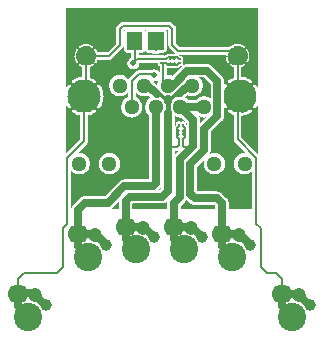
<source format=gbr>
G04 start of page 4 for group 2 idx 13 *
G04 Title: (unknown), jump *
G04 Creator: pcb 4.2.0 *
G04 CreationDate: Sun Sep  6 18:52:41 2020 UTC *
G04 For: commonadmin *
G04 Format: Gerber/RS-274X *
G04 PCB-Dimensions (mil): 1250.00 1500.00 *
G04 PCB-Coordinate-Origin: lower left *
%MOIN*%
%FSLAX25Y25*%
%LNBOTTOM*%
%ADD46C,0.0354*%
%ADD45C,0.0197*%
%ADD44C,0.0295*%
%ADD43C,0.0492*%
%ADD42C,0.0787*%
%ADD41C,0.0100*%
%ADD40C,0.0200*%
%ADD39C,0.1102*%
%ADD38C,0.0512*%
%ADD37C,0.0394*%
%ADD36C,0.0472*%
%ADD35C,0.0669*%
%ADD34C,0.0945*%
%ADD33C,0.0160*%
%ADD32C,0.0140*%
%ADD31C,0.0060*%
%ADD30C,0.0250*%
%ADD29C,0.0001*%
G54D29*G36*
X93019Y107504D02*X93046Y107300D01*
X93059Y107004D01*
X93046Y106708D01*
X93019Y106504D01*
Y107504D01*
G37*
G36*
Y98397D02*X93289Y98254D01*
X93698Y97989D01*
X93765Y97947D01*
X93838Y97918D01*
X93915Y97900D01*
X93993Y97895D01*
X94072Y97902D01*
X94148Y97921D01*
X94220Y97951D01*
X94287Y97993D01*
X94346Y98045D01*
X94397Y98105D01*
X94437Y98173D01*
X94467Y98246D01*
X94485Y98322D01*
X94490Y98401D01*
X94483Y98479D01*
X94464Y98556D01*
X94433Y98628D01*
X94391Y98695D01*
X94340Y98754D01*
X94279Y98803D01*
X93799Y99122D01*
X93289Y99391D01*
X93019Y99505D01*
Y104852D01*
X93117Y105000D01*
X93281Y105309D01*
X93417Y105632D01*
X93524Y105965D01*
X93601Y106307D01*
X93647Y106654D01*
X93663Y107004D01*
X93647Y107354D01*
X93601Y107701D01*
X93524Y108043D01*
X93417Y108376D01*
X93281Y108699D01*
X93117Y109008D01*
X93019Y109159D01*
Y123000D01*
X96531D01*
Y95956D01*
X96391Y96289D01*
X96122Y96799D01*
X95809Y97282D01*
X95758Y97344D01*
X95698Y97396D01*
X95630Y97438D01*
X95557Y97469D01*
X95480Y97488D01*
X95401Y97495D01*
X95322Y97490D01*
X95244Y97472D01*
X95170Y97442D01*
X95102Y97401D01*
X95041Y97350D01*
X94989Y97290D01*
X94947Y97223D01*
X94916Y97150D01*
X94896Y97072D01*
X94889Y96993D01*
X94895Y96914D01*
X94913Y96836D01*
X94942Y96763D01*
X94985Y96695D01*
X95254Y96289D01*
X95482Y95859D01*
X95671Y95409D01*
X95819Y94945D01*
X95926Y94470D01*
X95990Y93987D01*
X96012Y93500D01*
X95990Y93013D01*
X95926Y92530D01*
X95819Y92055D01*
X95671Y91591D01*
X95482Y91141D01*
X95254Y90711D01*
X94989Y90302D01*
X94947Y90235D01*
X94918Y90162D01*
X94900Y90085D01*
X94895Y90007D01*
X94902Y89928D01*
X94921Y89852D01*
X94951Y89780D01*
X94993Y89713D01*
X95045Y89654D01*
X95105Y89603D01*
X95173Y89563D01*
X95246Y89533D01*
X95322Y89515D01*
X95401Y89510D01*
X95479Y89517D01*
X95556Y89536D01*
X95628Y89567D01*
X95695Y89609D01*
X95754Y89660D01*
X95803Y89721D01*
X96122Y90201D01*
X96391Y90711D01*
X96531Y91044D01*
Y74307D01*
X93019Y77820D01*
Y87495D01*
X93289Y87609D01*
X93799Y87878D01*
X94282Y88191D01*
X94344Y88242D01*
X94396Y88302D01*
X94438Y88370D01*
X94469Y88443D01*
X94488Y88520D01*
X94495Y88599D01*
X94490Y88678D01*
X94472Y88756D01*
X94442Y88830D01*
X94401Y88898D01*
X94350Y88959D01*
X94290Y89011D01*
X94223Y89053D01*
X94150Y89084D01*
X94072Y89104D01*
X93993Y89111D01*
X93914Y89105D01*
X93836Y89087D01*
X93763Y89058D01*
X93695Y89015D01*
X93289Y88746D01*
X93019Y88603D01*
Y98397D01*
G37*
G36*
Y77820D02*X91013Y79826D01*
Y87005D01*
X91076Y87007D01*
X91647Y87084D01*
X92209Y87210D01*
X92758Y87385D01*
X93019Y87495D01*
Y77820D01*
G37*
G36*
Y99505D02*X92758Y99615D01*
X92209Y99790D01*
X91647Y99916D01*
X91076Y99993D01*
X91013Y99995D01*
Y103276D01*
X91085Y103300D01*
X91408Y103436D01*
X91717Y103600D01*
X92011Y103791D01*
X92047Y103821D01*
X92079Y103857D01*
X92104Y103898D01*
X92122Y103942D01*
X92134Y103988D01*
X92138Y104036D01*
X92135Y104083D01*
X92124Y104130D01*
X92106Y104174D01*
X92081Y104215D01*
X92051Y104251D01*
X92014Y104283D01*
X91974Y104308D01*
X91930Y104327D01*
X91884Y104338D01*
X91836Y104342D01*
X91789Y104339D01*
X91742Y104328D01*
X91698Y104310D01*
X91657Y104285D01*
X91411Y104120D01*
X91148Y103981D01*
X91013Y103924D01*
Y106953D01*
X91017Y107004D01*
X91001Y107208D01*
X91001Y107208D01*
X90964Y107359D01*
X90953Y107407D01*
X90920Y107485D01*
X90874Y107596D01*
X90833Y107664D01*
X90768Y107770D01*
X90767Y107771D01*
X90635Y107926D01*
X90596Y107959D01*
X89172Y109383D01*
X89139Y109422D01*
X88983Y109555D01*
X88983Y109555D01*
X88876Y109620D01*
X88809Y109662D01*
X88698Y109708D01*
X88620Y109740D01*
X88572Y109752D01*
X88421Y109788D01*
X88420Y109788D01*
X88217Y109804D01*
X88166Y109800D01*
X87883D01*
X88015Y109888D01*
X88277Y110027D01*
X88550Y110142D01*
X88833Y110233D01*
X89122Y110298D01*
X89416Y110337D01*
X89713Y110350D01*
X90009Y110337D01*
X90303Y110298D01*
X90593Y110233D01*
X90875Y110142D01*
X91148Y110027D01*
X91411Y109888D01*
X91659Y109726D01*
X91699Y109701D01*
X91743Y109683D01*
X91789Y109672D01*
X91836Y109669D01*
X91883Y109673D01*
X91929Y109684D01*
X91972Y109703D01*
X92013Y109728D01*
X92048Y109759D01*
X92079Y109795D01*
X92103Y109835D01*
X92121Y109879D01*
X92131Y109925D01*
X92135Y109972D01*
X92131Y110019D01*
X92119Y110065D01*
X92101Y110109D01*
X92076Y110149D01*
X92045Y110184D01*
X92008Y110214D01*
X91717Y110408D01*
X91408Y110572D01*
X91085Y110708D01*
X90751Y110815D01*
X90410Y110892D01*
X90063Y110939D01*
X89713Y110954D01*
X89363Y110939D01*
X89016Y110892D01*
X88674Y110815D01*
X88340Y110708D01*
X88018Y110572D01*
X87708Y110408D01*
X87415Y110217D01*
X87378Y110187D01*
X87347Y110151D01*
X87321Y110110D01*
X87303Y110066D01*
X87291Y110020D01*
X87287Y109972D01*
X87291Y109925D01*
X87301Y109878D01*
X87319Y109834D01*
X87340Y109800D01*
X70538D01*
X69300Y111038D01*
Y115949D01*
X69304Y116000D01*
X69288Y116204D01*
X69288Y116204D01*
X69252Y116355D01*
X69240Y116403D01*
X69208Y116481D01*
X69162Y116592D01*
X69120Y116660D01*
X69055Y116766D01*
X69055Y116767D01*
X68922Y116922D01*
X68883Y116955D01*
X67955Y117883D01*
X67922Y117922D01*
X67767Y118055D01*
X67766Y118055D01*
X67660Y118120D01*
X67592Y118162D01*
X67481Y118208D01*
X67403Y118240D01*
X67355Y118252D01*
X67204Y118288D01*
X67204Y118288D01*
X67000Y118304D01*
X66949Y118300D01*
X51551D01*
X51500Y118304D01*
X51296Y118288D01*
X51097Y118240D01*
X50908Y118162D01*
X50734Y118055D01*
X50733Y118055D01*
X50578Y117922D01*
X50545Y117883D01*
X49617Y116955D01*
X49578Y116922D01*
X49445Y116766D01*
X49338Y116592D01*
X49260Y116403D01*
X49212Y116204D01*
X49212Y116204D01*
X49196Y116000D01*
X49200Y115949D01*
Y111038D01*
X46465Y108304D01*
X43046D01*
X43023Y108376D01*
X42887Y108699D01*
X42723Y109008D01*
X42532Y109302D01*
X42502Y109339D01*
X42466Y109370D01*
X42425Y109395D01*
X42381Y109414D01*
X42335Y109425D01*
X42287Y109429D01*
X42240Y109426D01*
X42193Y109415D01*
X42149Y109397D01*
X42108Y109373D01*
X42071Y109342D01*
X42040Y109306D01*
X42015Y109265D01*
X41996Y109221D01*
X41985Y109175D01*
X41981Y109127D01*
X41984Y109080D01*
X41995Y109033D01*
X42013Y108989D01*
X42038Y108949D01*
X42203Y108702D01*
X42342Y108440D01*
X42399Y108304D01*
X39370D01*
X39319Y108308D01*
X39317Y108308D01*
Y110350D01*
X39319Y110350D01*
X39615Y110337D01*
X39909Y110298D01*
X40199Y110233D01*
X40481Y110142D01*
X40755Y110027D01*
X41017Y109888D01*
X41266Y109726D01*
X41306Y109701D01*
X41349Y109683D01*
X41395Y109672D01*
X41442Y109669D01*
X41489Y109673D01*
X41535Y109684D01*
X41579Y109703D01*
X41619Y109728D01*
X41655Y109759D01*
X41685Y109795D01*
X41709Y109835D01*
X41727Y109879D01*
X41738Y109925D01*
X41741Y109972D01*
X41737Y110019D01*
X41726Y110065D01*
X41707Y110109D01*
X41682Y110149D01*
X41651Y110184D01*
X41615Y110214D01*
X41323Y110408D01*
X41014Y110572D01*
X40691Y110708D01*
X40358Y110815D01*
X40016Y110892D01*
X39669Y110939D01*
X39319Y110954D01*
X39317Y110954D01*
Y123000D01*
X93019D01*
Y109159D01*
X92926Y109302D01*
X92895Y109339D01*
X92859Y109370D01*
X92819Y109395D01*
X92775Y109414D01*
X92728Y109425D01*
X92681Y109429D01*
X92633Y109426D01*
X92587Y109415D01*
X92542Y109397D01*
X92502Y109373D01*
X92465Y109342D01*
X92434Y109306D01*
X92409Y109265D01*
X92390Y109221D01*
X92378Y109175D01*
X92374Y109127D01*
X92378Y109080D01*
X92389Y109033D01*
X92406Y108989D01*
X92432Y108949D01*
X92596Y108702D01*
X92735Y108440D01*
X92851Y108166D01*
X92941Y107884D01*
X93007Y107594D01*
X93019Y107504D01*
Y106504D01*
X93007Y106413D01*
X92941Y106124D01*
X92851Y105841D01*
X92735Y105568D01*
X92596Y105306D01*
X92435Y105057D01*
X92409Y105017D01*
X92392Y104974D01*
X92381Y104928D01*
X92378Y104880D01*
X92382Y104833D01*
X92393Y104788D01*
X92411Y104744D01*
X92436Y104704D01*
X92467Y104668D01*
X92503Y104638D01*
X92544Y104614D01*
X92588Y104596D01*
X92634Y104585D01*
X92681Y104582D01*
X92728Y104586D01*
X92774Y104597D01*
X92817Y104616D01*
X92857Y104641D01*
X92893Y104671D01*
X92923Y104708D01*
X93019Y104852D01*
Y99505D01*
G37*
G36*
X36013Y87495D02*X36273Y87385D01*
X36822Y87210D01*
X37231Y87118D01*
Y79070D01*
X36013Y77851D01*
Y87495D01*
G37*
G36*
Y98397D02*X36173Y98482D01*
X36622Y98671D01*
X37086Y98819D01*
X37562Y98926D01*
X38019Y98987D01*
Y94826D01*
X37648Y94455D01*
X37609Y94422D01*
X37477Y94266D01*
X37370Y94092D01*
X37291Y93903D01*
X37244Y93704D01*
X37244Y93704D01*
X37227Y93500D01*
X37231Y93449D01*
Y88148D01*
X37086Y88181D01*
X36622Y88329D01*
X36173Y88518D01*
X36013Y88603D01*
Y98397D01*
G37*
G36*
X39317Y108308D02*X39115Y108292D01*
X38916Y108244D01*
X38727Y108166D01*
X38552Y108059D01*
X38397Y107926D01*
X38264Y107770D01*
X38157Y107596D01*
X38079Y107407D01*
X38031Y107208D01*
X38015Y107004D01*
X38019Y106953D01*
Y103924D01*
X37883Y103981D01*
X37621Y104120D01*
X37372Y104282D01*
X37332Y104307D01*
X37288Y104325D01*
X37242Y104336D01*
X37195Y104339D01*
X37148Y104335D01*
X37103Y104323D01*
X37059Y104305D01*
X37019Y104280D01*
X36983Y104249D01*
X36953Y104213D01*
X36929Y104173D01*
X36911Y104129D01*
X36900Y104083D01*
X36897Y104036D01*
X36901Y103989D01*
X36912Y103943D01*
X36931Y103899D01*
X36956Y103859D01*
X36986Y103824D01*
X37023Y103794D01*
X37315Y103600D01*
X37624Y103436D01*
X37947Y103300D01*
X38019Y103276D01*
Y99995D01*
X37956Y99993D01*
X37385Y99916D01*
X36822Y99790D01*
X36273Y99615D01*
X36013Y99505D01*
Y104849D01*
X36106Y104706D01*
X36136Y104669D01*
X36172Y104638D01*
X36213Y104613D01*
X36257Y104594D01*
X36303Y104583D01*
X36351Y104578D01*
X36398Y104582D01*
X36445Y104593D01*
X36489Y104611D01*
X36530Y104635D01*
X36566Y104666D01*
X36598Y104702D01*
X36623Y104743D01*
X36642Y104787D01*
X36653Y104833D01*
X36657Y104880D01*
X36654Y104928D01*
X36643Y104975D01*
X36625Y105019D01*
X36600Y105059D01*
X36435Y105306D01*
X36296Y105568D01*
X36181Y105841D01*
X36090Y106124D01*
X36025Y106413D01*
X36013Y106504D01*
Y107504D01*
X36025Y107594D01*
X36090Y107884D01*
X36181Y108166D01*
X36296Y108440D01*
X36435Y108702D01*
X36597Y108951D01*
X36622Y108991D01*
X36640Y109034D01*
X36650Y109080D01*
X36654Y109127D01*
X36650Y109174D01*
X36638Y109220D01*
X36620Y109264D01*
X36595Y109304D01*
X36564Y109340D01*
X36528Y109370D01*
X36488Y109394D01*
X36444Y109412D01*
X36398Y109423D01*
X36351Y109426D01*
X36304Y109422D01*
X36258Y109411D01*
X36214Y109392D01*
X36174Y109367D01*
X36139Y109336D01*
X36109Y109300D01*
X36013Y109155D01*
Y123000D01*
X39317D01*
Y110954D01*
X38969Y110939D01*
X38622Y110892D01*
X38280Y110815D01*
X37947Y110708D01*
X37624Y110572D01*
X37315Y110408D01*
X37021Y110217D01*
X36984Y110187D01*
X36953Y110151D01*
X36928Y110110D01*
X36909Y110066D01*
X36898Y110020D01*
X36893Y109972D01*
X36897Y109925D01*
X36908Y109878D01*
X36926Y109834D01*
X36950Y109793D01*
X36981Y109756D01*
X37017Y109725D01*
X37058Y109700D01*
X37101Y109681D01*
X37148Y109670D01*
X37195Y109666D01*
X37243Y109669D01*
X37289Y109680D01*
X37334Y109698D01*
X37374Y109723D01*
X37621Y109888D01*
X37883Y110027D01*
X38156Y110142D01*
X38439Y110233D01*
X38728Y110298D01*
X39022Y110337D01*
X39317Y110350D01*
Y108308D01*
G37*
G36*
X36013Y106504D02*X35986Y106708D01*
X35972Y107004D01*
X35986Y107300D01*
X36013Y107504D01*
Y106504D01*
G37*
G36*
Y99505D02*X35742Y99391D01*
X35233Y99122D01*
X34749Y98809D01*
X34688Y98758D01*
X34636Y98698D01*
X34593Y98630D01*
X34562Y98557D01*
X34543Y98480D01*
X34536Y98401D01*
X34542Y98322D01*
X34559Y98244D01*
X34589Y98170D01*
X34630Y98102D01*
X34681Y98041D01*
X34741Y97989D01*
X34809Y97947D01*
X34882Y97916D01*
X34959Y97896D01*
X35038Y97889D01*
X35118Y97895D01*
X35195Y97913D01*
X35269Y97942D01*
X35336Y97985D01*
X35742Y98254D01*
X36013Y98397D01*
Y88603D01*
X35742Y88746D01*
X35333Y89011D01*
X35267Y89053D01*
X35194Y89082D01*
X35117Y89100D01*
X35038Y89105D01*
X34960Y89098D01*
X34884Y89079D01*
X34811Y89049D01*
X34744Y89007D01*
X34685Y88955D01*
X34635Y88895D01*
X34594Y88827D01*
X34565Y88754D01*
X34547Y88678D01*
X34542Y88599D01*
X34548Y88521D01*
X34567Y88444D01*
X34598Y88372D01*
X34640Y88305D01*
X34692Y88246D01*
X34753Y88197D01*
X35233Y87878D01*
X35742Y87609D01*
X36013Y87495D01*
Y77851D01*
X32531Y74370D01*
Y90969D01*
X32640Y90711D01*
X32910Y90201D01*
X33223Y89718D01*
X33274Y89656D01*
X33334Y89604D01*
X33401Y89562D01*
X33474Y89531D01*
X33551Y89512D01*
X33631Y89505D01*
X33710Y89510D01*
X33788Y89528D01*
X33861Y89558D01*
X33929Y89599D01*
X33990Y89650D01*
X34043Y89710D01*
X34085Y89777D01*
X34116Y89850D01*
X34135Y89928D01*
X34142Y90007D01*
X34137Y90086D01*
X34119Y90164D01*
X34089Y90237D01*
X34047Y90305D01*
X33778Y90711D01*
X33550Y91141D01*
X33361Y91591D01*
X33213Y92055D01*
X33106Y92530D01*
X33041Y93013D01*
X33020Y93500D01*
X33041Y93987D01*
X33106Y94470D01*
X33213Y94945D01*
X33361Y95409D01*
X33550Y95859D01*
X33778Y96289D01*
X34043Y96698D01*
X34084Y96765D01*
X34114Y96838D01*
X34131Y96915D01*
X34137Y96993D01*
X34130Y97072D01*
X34111Y97148D01*
X34080Y97220D01*
X34038Y97287D01*
X33987Y97346D01*
X33926Y97397D01*
X33859Y97437D01*
X33786Y97467D01*
X33709Y97485D01*
X33631Y97490D01*
X33552Y97483D01*
X33476Y97464D01*
X33404Y97433D01*
X33337Y97391D01*
X33277Y97340D01*
X33228Y97279D01*
X32910Y96799D01*
X32640Y96289D01*
X32531Y96031D01*
Y123000D01*
X36013D01*
Y109155D01*
X35915Y109008D01*
X35751Y108699D01*
X35615Y108376D01*
X35508Y108043D01*
X35431Y107701D01*
X35384Y107354D01*
X35369Y107004D01*
X35384Y106654D01*
X35431Y106307D01*
X35508Y105965D01*
X35615Y105632D01*
X35751Y105309D01*
X35915Y105000D01*
X36013Y104849D01*
Y99505D01*
G37*
G36*
X91013Y94826D02*Y98987D01*
X91470Y98926D01*
X91945Y98819D01*
X92409Y98671D01*
X92859Y98482D01*
X93019Y98397D01*
Y88603D01*
X92859Y88518D01*
X92409Y88329D01*
X91945Y88181D01*
X91470Y88074D01*
X91013Y88013D01*
Y92305D01*
X91092Y92338D01*
X91266Y92445D01*
X91422Y92578D01*
X91555Y92734D01*
X91662Y92908D01*
X91740Y93097D01*
X91788Y93296D01*
X91804Y93500D01*
X91788Y93704D01*
X91740Y93903D01*
X91662Y94092D01*
X91555Y94266D01*
X91419Y94419D01*
X91013Y94826D01*
G37*
G36*
X82250Y56000D02*X70750D01*
Y57068D01*
X72044Y58362D01*
X72112Y58420D01*
X72276Y58613D01*
X72365Y58713D01*
X72550Y59015D01*
X72624Y59194D01*
X73847Y57971D01*
X73904Y57904D01*
X74173Y57674D01*
X74173Y57674D01*
X74361Y57559D01*
X74475Y57489D01*
X74803Y57354D01*
X75147Y57271D01*
X75147D01*
X75500Y57243D01*
X75588Y57250D01*
X82068D01*
X82250Y57068D01*
Y56000D01*
G37*
G36*
X68750Y79275D02*X68822Y79191D01*
X68852Y79165D01*
X69042Y78975D01*
X68991Y78853D01*
X68944Y78654D01*
X68931Y78450D01*
Y77800D01*
X68750D01*
Y79275D01*
G37*
G36*
X72706Y79061D02*X72781Y79136D01*
Y78862D01*
X72772Y78903D01*
X72706Y79061D01*
G37*
G36*
X70289Y75440D02*X68987Y74138D01*
X68920Y74080D01*
X68750Y73881D01*
Y75200D01*
X69481D01*
X69531Y75196D01*
X69735Y75212D01*
X69735Y75212D01*
X69934Y75260D01*
X70124Y75338D01*
X70289Y75440D01*
G37*
G36*
X63568Y62250D02*X63432D01*
X64036Y62855D01*
X64104Y62912D01*
X64250Y63083D01*
Y62932D01*
X63568Y62250D01*
G37*
G36*
X50207Y56000D02*X47542D01*
X47827Y56174D01*
X48096Y56404D01*
X48153Y56471D01*
X50205Y58523D01*
X50200Y58457D01*
X50207Y58369D01*
Y56000D01*
G37*
G36*
X66345Y58663D02*X66271Y58353D01*
X66271Y58353D01*
X66243Y58000D01*
X66250Y57912D01*
Y56000D01*
X54707D01*
Y57525D01*
X54932Y57750D01*
X64412D01*
X64500Y57743D01*
X64853Y57771D01*
X64853Y57771D01*
X65197Y57854D01*
X65525Y57989D01*
X65827Y58174D01*
X66096Y58404D01*
X66153Y58471D01*
X66345Y58663D01*
G37*
G36*
X43985Y60250D02*X39088D01*
X39000Y60257D01*
X38647Y60229D01*
X38303Y60146D01*
X37975Y60011D01*
X37673Y59826D01*
X37673Y59826D01*
X37404Y59596D01*
X37347Y59529D01*
X34971Y57153D01*
X34904Y57096D01*
X34674Y56827D01*
X34489Y56525D01*
X34354Y56197D01*
X34306Y56000D01*
X34300D01*
Y68650D01*
X34432Y68495D01*
X34858Y68131D01*
X35336Y67839D01*
X35853Y67624D01*
X36398Y67494D01*
X36957Y67450D01*
X37515Y67494D01*
X38060Y67624D01*
X38577Y67839D01*
X39055Y68131D01*
X39481Y68495D01*
X39845Y68921D01*
X40138Y69399D01*
X40352Y69916D01*
X40483Y70461D01*
X40516Y71020D01*
X40483Y71578D01*
X40352Y72123D01*
X40138Y72640D01*
X39845Y73118D01*
X39481Y73544D01*
X39055Y73908D01*
X38577Y74201D01*
X38060Y74415D01*
X37515Y74546D01*
X36957Y74590D01*
X36398Y74546D01*
X36380Y74541D01*
X39415Y77576D01*
X39454Y77609D01*
X39586Y77765D01*
X39586Y77765D01*
X39693Y77939D01*
X39772Y78129D01*
X39819Y78328D01*
X39836Y78531D01*
X39831Y78582D01*
Y87118D01*
X40241Y87210D01*
X40789Y87385D01*
X41321Y87609D01*
X41830Y87878D01*
X42314Y88191D01*
X42375Y88242D01*
X42427Y88302D01*
X42470Y88370D01*
X42501Y88443D01*
X42520Y88520D01*
X42527Y88599D01*
X42521Y88678D01*
X42504Y88756D01*
X42474Y88830D01*
X42433Y88898D01*
X42382Y88959D01*
X42322Y89011D01*
X42254Y89053D01*
X42181Y89084D01*
X42104Y89104D01*
X42025Y89111D01*
X41945Y89105D01*
X41868Y89087D01*
X41794Y89058D01*
X41727Y89015D01*
X41321Y88746D01*
X40890Y88518D01*
X40441Y88329D01*
X39977Y88181D01*
X39831Y88148D01*
Y92962D01*
X40202Y93332D01*
X40241Y93365D01*
X40374Y93521D01*
X40374Y93521D01*
X40481Y93695D01*
X40559Y93884D01*
X40607Y94083D01*
X40623Y94287D01*
X40619Y94338D01*
Y98596D01*
X40890Y98482D01*
X41321Y98254D01*
X41730Y97989D01*
X41796Y97947D01*
X41869Y97918D01*
X41946Y97900D01*
X42025Y97895D01*
X42103Y97902D01*
X42179Y97921D01*
X42252Y97951D01*
X42318Y97993D01*
X42378Y98045D01*
X42428Y98105D01*
X42469Y98173D01*
X42498Y98246D01*
X42516Y98322D01*
X42521Y98401D01*
X42515Y98479D01*
X42495Y98556D01*
X42465Y98628D01*
X42423Y98695D01*
X42371Y98754D01*
X42310Y98803D01*
X41830Y99122D01*
X41321Y99391D01*
X40789Y99615D01*
X40619Y99669D01*
Y103276D01*
X40691Y103300D01*
X41014Y103436D01*
X41323Y103600D01*
X41617Y103791D01*
X41654Y103821D01*
X41685Y103857D01*
X41710Y103898D01*
X41729Y103942D01*
X41740Y103988D01*
X41744Y104036D01*
X41741Y104083D01*
X41730Y104130D01*
X41712Y104174D01*
X41688Y104215D01*
X41657Y104251D01*
X41621Y104283D01*
X41580Y104308D01*
X41536Y104327D01*
X41490Y104338D01*
X41442Y104342D01*
X41395Y104339D01*
X41348Y104328D01*
X41304Y104310D01*
X41264Y104285D01*
X41017Y104120D01*
X40755Y103981D01*
X40619Y103924D01*
Y105704D01*
X42399D01*
X42342Y105568D01*
X42203Y105306D01*
X42041Y105057D01*
X42016Y105017D01*
X41998Y104974D01*
X41987Y104928D01*
X41984Y104880D01*
X41988Y104833D01*
X41999Y104788D01*
X42018Y104744D01*
X42043Y104704D01*
X42074Y104668D01*
X42110Y104638D01*
X42150Y104614D01*
X42194Y104596D01*
X42240Y104585D01*
X42287Y104582D01*
X42334Y104586D01*
X42380Y104597D01*
X42423Y104616D01*
X42464Y104641D01*
X42499Y104671D01*
X42529Y104708D01*
X42723Y105000D01*
X42887Y105309D01*
X43023Y105632D01*
X43046Y105704D01*
X43985D01*
Y97058D01*
X43840Y97282D01*
X43789Y97344D01*
X43729Y97396D01*
X43662Y97438D01*
X43589Y97469D01*
X43512Y97488D01*
X43432Y97495D01*
X43353Y97490D01*
X43275Y97472D01*
X43202Y97442D01*
X43133Y97401D01*
X43073Y97350D01*
X43020Y97290D01*
X42978Y97223D01*
X42947Y97150D01*
X42928Y97072D01*
X42921Y96993D01*
X42926Y96914D01*
X42944Y96836D01*
X42974Y96763D01*
X43016Y96695D01*
X43285Y96289D01*
X43513Y95859D01*
X43702Y95409D01*
X43850Y94945D01*
X43957Y94470D01*
X43985Y94261D01*
Y92739D01*
X43957Y92530D01*
X43850Y92055D01*
X43702Y91591D01*
X43513Y91141D01*
X43285Y90711D01*
X43020Y90302D01*
X42979Y90235D01*
X42949Y90162D01*
X42932Y90085D01*
X42926Y90007D01*
X42933Y89928D01*
X42952Y89852D01*
X42983Y89780D01*
X43025Y89713D01*
X43076Y89654D01*
X43137Y89603D01*
X43204Y89563D01*
X43277Y89533D01*
X43354Y89515D01*
X43432Y89510D01*
X43511Y89517D01*
X43587Y89536D01*
X43659Y89567D01*
X43726Y89609D01*
X43786Y89660D01*
X43835Y89721D01*
X43985Y89948D01*
Y72918D01*
X43815Y72640D01*
X43601Y72123D01*
X43470Y71578D01*
X43426Y71020D01*
X43470Y70461D01*
X43601Y69916D01*
X43815Y69399D01*
X43985Y69121D01*
Y60250D01*
G37*
G36*
X55776Y93270D02*Y94743D01*
X55968Y94519D01*
X56394Y94155D01*
X56871Y93862D01*
X57389Y93648D01*
X57934Y93517D01*
X58492Y93473D01*
X59051Y93517D01*
X59595Y93648D01*
X60002Y93816D01*
X60759Y93059D01*
X60409Y92845D01*
X59983Y92481D01*
X59620Y92055D01*
X59327Y91577D01*
X59113Y91060D01*
X58982Y90515D01*
X58938Y89957D01*
X58982Y89398D01*
X59113Y88853D01*
X59327Y88336D01*
X59620Y87858D01*
X59983Y87432D01*
X60258Y87198D01*
Y65750D01*
X52088D01*
X52000Y65757D01*
X51647Y65729D01*
X51303Y65646D01*
X50975Y65511D01*
X50673Y65326D01*
X50673Y65326D01*
X50404Y65096D01*
X50347Y65029D01*
X45568Y60250D01*
X43985D01*
Y69121D01*
X44108Y68921D01*
X44472Y68495D01*
X44898Y68131D01*
X45375Y67839D01*
X45893Y67624D01*
X46438Y67494D01*
X46996Y67450D01*
X47555Y67494D01*
X48099Y67624D01*
X48617Y67839D01*
X49094Y68131D01*
X49520Y68495D01*
X49884Y68921D01*
X50177Y69399D01*
X50391Y69916D01*
X50522Y70461D01*
X50555Y71020D01*
X50522Y71578D01*
X50391Y72123D01*
X50177Y72640D01*
X49884Y73118D01*
X49520Y73544D01*
X49094Y73908D01*
X48617Y74201D01*
X48099Y74415D01*
X47555Y74546D01*
X46996Y74590D01*
X46438Y74546D01*
X45893Y74415D01*
X45375Y74201D01*
X44898Y73908D01*
X44472Y73544D01*
X44108Y73118D01*
X43985Y72918D01*
Y89948D01*
X44153Y90201D01*
X44423Y90711D01*
X44646Y91242D01*
X44822Y91791D01*
X44948Y92353D01*
X45024Y92924D01*
X45050Y93500D01*
X45024Y94076D01*
X44948Y94647D01*
X44822Y95209D01*
X44646Y95758D01*
X44423Y96289D01*
X44153Y96799D01*
X43985Y97058D01*
Y105704D01*
X46953D01*
X47004Y105700D01*
X47208Y105716D01*
X47208Y105716D01*
X47407Y105764D01*
X47596Y105842D01*
X47770Y105949D01*
X47926Y106082D01*
X47959Y106121D01*
X51383Y109545D01*
X51422Y109578D01*
X51555Y109733D01*
X51555Y109734D01*
X51662Y109908D01*
X51740Y110097D01*
X51788Y110296D01*
X51804Y110500D01*
X51800Y110551D01*
Y115462D01*
X52038Y115700D01*
X52191D01*
X52146Y115661D01*
X52044Y115542D01*
X51961Y115407D01*
X51901Y115262D01*
X51864Y115109D01*
X51855Y114952D01*
X51864Y108891D01*
X51901Y108738D01*
X51961Y108593D01*
X52044Y108458D01*
X52146Y108339D01*
X52265Y108236D01*
X52400Y108154D01*
X52545Y108094D01*
X52698Y108057D01*
X52855Y108048D01*
X54114Y108050D01*
Y106298D01*
X54089Y106288D01*
X53821Y106123D01*
X53581Y105919D01*
X53377Y105679D01*
X53212Y105411D01*
X53092Y105120D01*
X53019Y104814D01*
X52994Y104500D01*
X53019Y104186D01*
X53092Y103880D01*
X53212Y103589D01*
X53377Y103321D01*
X53581Y103081D01*
X53821Y102877D01*
X54089Y102712D01*
X54380Y102592D01*
X54686Y102519D01*
X55000Y102494D01*
X55314Y102519D01*
X55620Y102592D01*
X55911Y102712D01*
X56179Y102877D01*
X56419Y103081D01*
X56623Y103321D01*
X56788Y103589D01*
X56908Y103880D01*
X56981Y104186D01*
X57000Y104500D01*
X63234D01*
X63238Y104090D01*
X63264Y103983D01*
X63306Y103881D01*
X63363Y103787D01*
X63435Y103704D01*
X63519Y103632D01*
X63613Y103574D01*
X63715Y103532D01*
X63731Y103528D01*
Y101502D01*
X63623Y101679D01*
X63419Y101919D01*
X63179Y102123D01*
X62911Y102288D01*
X62620Y102408D01*
X62314Y102481D01*
X62000Y102506D01*
X61686Y102481D01*
X61380Y102408D01*
X61119Y102300D01*
X57051D01*
X57000Y102304D01*
X56796Y102288D01*
X56597Y102240D01*
X56408Y102162D01*
X56234Y102055D01*
X56233Y102055D01*
X56078Y101922D01*
X56045Y101883D01*
X53593Y99432D01*
X53554Y99398D01*
X53421Y99243D01*
X53354Y99133D01*
X53349Y99142D01*
X52985Y99568D01*
X52559Y99932D01*
X52081Y100224D01*
X51564Y100439D01*
X51019Y100569D01*
X50461Y100613D01*
X49902Y100569D01*
X49357Y100439D01*
X48840Y100224D01*
X48362Y99932D01*
X47936Y99568D01*
X47572Y99142D01*
X47280Y98664D01*
X47065Y98147D01*
X46935Y97602D01*
X46891Y97043D01*
X46935Y96485D01*
X47065Y95940D01*
X47280Y95423D01*
X47572Y94945D01*
X47936Y94519D01*
X48362Y94155D01*
X48840Y93862D01*
X49357Y93648D01*
X49902Y93517D01*
X50461Y93473D01*
X51019Y93517D01*
X51564Y93648D01*
X52081Y93862D01*
X52559Y94155D01*
X52985Y94519D01*
X53176Y94743D01*
Y93270D01*
X52856Y93138D01*
X52378Y92845D01*
X51952Y92481D01*
X51588Y92055D01*
X51295Y91577D01*
X51081Y91060D01*
X50950Y90515D01*
X50906Y89957D01*
X50950Y89398D01*
X51081Y88853D01*
X51295Y88336D01*
X51588Y87858D01*
X51952Y87432D01*
X52378Y87068D01*
X52856Y86776D01*
X53373Y86561D01*
X53918Y86431D01*
X54476Y86387D01*
X55035Y86431D01*
X55580Y86561D01*
X56097Y86776D01*
X56575Y87068D01*
X57001Y87432D01*
X57365Y87858D01*
X57657Y88336D01*
X57872Y88853D01*
X58002Y89398D01*
X58035Y89957D01*
X58002Y90515D01*
X57872Y91060D01*
X57657Y91577D01*
X57365Y92055D01*
X57001Y92481D01*
X56575Y92845D01*
X56097Y93138D01*
X55776Y93270D01*
G37*
G36*
X43985Y94261D02*X44022Y93987D01*
X44043Y93500D01*
X44022Y93013D01*
X43985Y92739D01*
Y94261D01*
G37*
G36*
X62967Y97215D02*X61783Y98399D01*
X61735Y98515D01*
X62000Y98494D01*
X62314Y98519D01*
X62620Y98592D01*
X62911Y98712D01*
X63179Y98877D01*
X63419Y99081D01*
X63623Y99321D01*
X63731Y99498D01*
Y99254D01*
X63635Y99142D01*
X63343Y98664D01*
X63128Y98147D01*
X62998Y97602D01*
X62967Y97215D01*
G37*
G36*
X80781Y81568D02*X83029Y83815D01*
X83096Y83873D01*
X83326Y84142D01*
X83326Y84142D01*
X83329Y84147D01*
X84529Y85347D01*
X84596Y85404D01*
X84826Y85673D01*
X84826Y85673D01*
X85011Y85975D01*
X85146Y86303D01*
X85229Y86647D01*
X85257Y87000D01*
X85250Y87088D01*
Y89650D01*
X85302Y89604D01*
X85370Y89562D01*
X85443Y89531D01*
X85520Y89512D01*
X85599Y89505D01*
X85678Y89510D01*
X85756Y89528D01*
X85830Y89558D01*
X85898Y89599D01*
X85959Y89650D01*
X86011Y89710D01*
X86053Y89777D01*
X86084Y89850D01*
X86104Y89928D01*
X86111Y90007D01*
X86105Y90086D01*
X86087Y90164D01*
X86058Y90237D01*
X86015Y90305D01*
X85746Y90711D01*
X85518Y91141D01*
X85329Y91591D01*
X85250Y91839D01*
Y95161D01*
X85329Y95409D01*
X85518Y95859D01*
X85746Y96289D01*
X86011Y96698D01*
X86053Y96765D01*
X86082Y96838D01*
X86100Y96915D01*
X86105Y96993D01*
X86098Y97072D01*
X86079Y97148D01*
X86049Y97220D01*
X86007Y97287D01*
X85955Y97346D01*
X85895Y97397D01*
X85827Y97437D01*
X85754Y97467D01*
X85678Y97485D01*
X85599Y97490D01*
X85521Y97483D01*
X85444Y97464D01*
X85372Y97433D01*
X85305Y97391D01*
X85250Y97343D01*
Y98412D01*
X85257Y98500D01*
X85229Y98853D01*
X85146Y99197D01*
X85107Y99293D01*
X85011Y99525D01*
X84896Y99712D01*
X84826Y99827D01*
X84826Y99827D01*
X84596Y100096D01*
X84529Y100153D01*
X81153Y103529D01*
X81096Y103596D01*
X80827Y103826D01*
X80827Y103826D01*
X80712Y103896D01*
X80525Y104011D01*
X80293Y104107D01*
X80197Y104146D01*
X79853Y104229D01*
X79500Y104257D01*
X79412Y104250D01*
X73088D01*
X73000Y104257D01*
X72647Y104229D01*
X72303Y104146D01*
X71975Y104011D01*
X71673Y103826D01*
X71673Y103826D01*
X71404Y103596D01*
X71347Y103529D01*
X68072Y100254D01*
X67627Y100439D01*
X67082Y100569D01*
X66524Y100613D01*
X66331Y100598D01*
Y102905D01*
X66432Y102897D01*
X66471Y102900D01*
X66592D01*
X66631Y102897D01*
X66671Y102900D01*
X67792D01*
X67831Y102897D01*
X67871Y102900D01*
X67992D01*
X68032Y102897D01*
X68071Y102900D01*
X69192D01*
X69232Y102897D01*
X69271Y102900D01*
X69492D01*
X69531Y102897D01*
X69688Y102909D01*
X69688Y102909D01*
X69841Y102946D01*
X69987Y103006D01*
X70121Y103088D01*
X70241Y103191D01*
X70266Y103221D01*
X70550Y103504D01*
X71041Y103506D01*
X71148Y103532D01*
X71250Y103574D01*
X71344Y103632D01*
X71428Y103704D01*
X71500Y103787D01*
X71557Y103881D01*
X71599Y103983D01*
X71625Y104090D01*
X71631Y104200D01*
X71625Y104910D01*
X71599Y105017D01*
X71557Y105119D01*
X71538Y105150D01*
X71557Y105181D01*
X71599Y105283D01*
X71625Y105390D01*
X71631Y105500D01*
X71625Y106210D01*
X71599Y106317D01*
X71557Y106419D01*
X71500Y106513D01*
X71428Y106596D01*
X71344Y106668D01*
X71250Y106726D01*
X71148Y106768D01*
X71041Y106794D01*
X70931Y106800D01*
X70548Y106798D01*
X70166Y107179D01*
X70149Y107200D01*
X85771D01*
X85762Y107004D01*
X85778Y106654D01*
X85824Y106307D01*
X85901Y105965D01*
X86008Y105632D01*
X86144Y105309D01*
X86309Y105000D01*
X86499Y104706D01*
X86530Y104669D01*
X86566Y104638D01*
X86607Y104613D01*
X86650Y104594D01*
X86697Y104583D01*
X86744Y104578D01*
X86792Y104582D01*
X86838Y104593D01*
X86883Y104611D01*
X86924Y104635D01*
X86960Y104666D01*
X86991Y104702D01*
X87017Y104743D01*
X87035Y104787D01*
X87047Y104833D01*
X87051Y104880D01*
X87047Y104928D01*
X87037Y104975D01*
X87019Y105019D01*
X86993Y105059D01*
X86829Y105306D01*
X86690Y105568D01*
X86575Y105841D01*
X86484Y106124D01*
X86419Y106413D01*
X86379Y106708D01*
X86366Y107004D01*
X86375Y107200D01*
X87678D01*
X88413Y106465D01*
Y103924D01*
X88277Y103981D01*
X88015Y104120D01*
X87766Y104282D01*
X87726Y104307D01*
X87682Y104325D01*
X87636Y104336D01*
X87589Y104339D01*
X87542Y104335D01*
X87496Y104323D01*
X87453Y104305D01*
X87413Y104280D01*
X87377Y104249D01*
X87347Y104213D01*
X87322Y104173D01*
X87304Y104129D01*
X87294Y104083D01*
X87290Y104036D01*
X87294Y103989D01*
X87306Y103943D01*
X87324Y103899D01*
X87349Y103859D01*
X87380Y103824D01*
X87417Y103794D01*
X87708Y103600D01*
X88018Y103436D01*
X88340Y103300D01*
X88413Y103276D01*
Y99669D01*
X88242Y99615D01*
X87711Y99391D01*
X87201Y99122D01*
X86718Y98809D01*
X86656Y98758D01*
X86604Y98698D01*
X86562Y98630D01*
X86531Y98557D01*
X86512Y98480D01*
X86505Y98401D01*
X86510Y98322D01*
X86528Y98244D01*
X86558Y98170D01*
X86599Y98102D01*
X86650Y98041D01*
X86710Y97989D01*
X86777Y97947D01*
X86850Y97916D01*
X86928Y97896D01*
X87007Y97889D01*
X87086Y97895D01*
X87164Y97913D01*
X87237Y97942D01*
X87305Y97985D01*
X87711Y98254D01*
X88141Y98482D01*
X88413Y98596D01*
Y94338D01*
X88409Y94287D01*
X88421Y94135D01*
X88413Y94000D01*
Y88404D01*
X88141Y88518D01*
X87711Y88746D01*
X87302Y89011D01*
X87235Y89053D01*
X87162Y89082D01*
X87085Y89100D01*
X87007Y89105D01*
X86928Y89098D01*
X86852Y89079D01*
X86780Y89049D01*
X86713Y89007D01*
X86654Y88955D01*
X86603Y88895D01*
X86563Y88827D01*
X86533Y88754D01*
X86515Y88678D01*
X86510Y88599D01*
X86517Y88521D01*
X86536Y88444D01*
X86567Y88372D01*
X86609Y88305D01*
X86660Y88246D01*
X86721Y88197D01*
X87201Y87878D01*
X87711Y87609D01*
X88242Y87385D01*
X88413Y87331D01*
Y79338D01*
X88409Y79287D01*
X88425Y79084D01*
X88425Y79083D01*
X88472Y78884D01*
X88551Y78695D01*
X88591Y78629D01*
X88658Y78521D01*
X88658Y78521D01*
X88791Y78365D01*
X88829Y78332D01*
X92614Y74547D01*
X92075Y74590D01*
X91516Y74546D01*
X90972Y74415D01*
X90454Y74201D01*
X89976Y73908D01*
X89550Y73544D01*
X89187Y73118D01*
X88894Y72640D01*
X88680Y72123D01*
X88549Y71578D01*
X88505Y71020D01*
X88549Y70461D01*
X88680Y69916D01*
X88894Y69399D01*
X89187Y68921D01*
X89550Y68495D01*
X89976Y68131D01*
X90454Y67839D01*
X90972Y67624D01*
X91516Y67494D01*
X92075Y67450D01*
X92633Y67494D01*
X93178Y67624D01*
X93696Y67839D01*
X94173Y68131D01*
X94599Y68495D01*
X94700Y68613D01*
Y56000D01*
X86750D01*
Y57912D01*
X86757Y58000D01*
X86729Y58353D01*
X86646Y58697D01*
X86607Y58793D01*
X86511Y59025D01*
X86396Y59212D01*
X86326Y59327D01*
X86326Y59327D01*
X86096Y59596D01*
X86029Y59653D01*
X84653Y61029D01*
X84596Y61096D01*
X84327Y61326D01*
X84327Y61326D01*
X84212Y61396D01*
X84025Y61511D01*
X83793Y61607D01*
X83697Y61646D01*
X83353Y61729D01*
X83000Y61757D01*
X82912Y61750D01*
X76432D01*
X76250Y61932D01*
Y70037D01*
X78855Y72642D01*
X78855Y72640D01*
X78640Y72123D01*
X78509Y71578D01*
X78465Y71020D01*
X78509Y70461D01*
X78640Y69916D01*
X78855Y69399D01*
X79147Y68921D01*
X79511Y68495D01*
X79937Y68131D01*
X80415Y67839D01*
X80932Y67624D01*
X81477Y67494D01*
X82035Y67450D01*
X82594Y67494D01*
X83139Y67624D01*
X83656Y67839D01*
X84134Y68131D01*
X84560Y68495D01*
X84924Y68921D01*
X85216Y69399D01*
X85431Y69916D01*
X85562Y70461D01*
X85594Y71020D01*
X85562Y71578D01*
X85431Y72123D01*
X85216Y72640D01*
X84924Y73118D01*
X84560Y73544D01*
X84134Y73908D01*
X83656Y74201D01*
X83139Y74415D01*
X82594Y74546D01*
X82035Y74590D01*
X81477Y74546D01*
X80932Y74415D01*
X80415Y74201D01*
X80343Y74157D01*
X80357Y74173D01*
X80357Y74173D01*
X80542Y74475D01*
X80678Y74803D01*
X80761Y75147D01*
X80788Y75500D01*
X80781Y75588D01*
Y81568D01*
G37*
G36*
X77281Y85376D02*X77288Y85465D01*
X77261Y85818D01*
X77178Y86162D01*
X77138Y86258D01*
X77042Y86489D01*
X76928Y86676D01*
X76857Y86791D01*
X76857Y86791D01*
X76783Y86878D01*
X76950Y86776D01*
X77468Y86561D01*
X78012Y86431D01*
X78571Y86387D01*
X79129Y86431D01*
X79328Y86478D01*
X77281Y84432D01*
Y85376D01*
G37*
G36*
X68852Y83635D02*X68822Y83609D01*
X68750Y83525D01*
Y86879D01*
X68919Y86776D01*
X69436Y86561D01*
X69981Y86431D01*
X70539Y86387D01*
X70899Y86415D01*
X72781Y84533D01*
Y83764D01*
X72528Y84018D01*
X72525Y84510D01*
X72499Y84617D01*
X72457Y84719D01*
X72400Y84813D01*
X72328Y84896D01*
X72244Y84968D01*
X72150Y85026D01*
X72048Y85068D01*
X71941Y85094D01*
X71831Y85100D01*
X71122Y85094D01*
X71015Y85068D01*
X70913Y85026D01*
X70881Y85006D01*
X70850Y85026D01*
X70748Y85068D01*
X70641Y85094D01*
X70531Y85100D01*
X69822Y85094D01*
X69715Y85068D01*
X69613Y85026D01*
X69519Y84968D01*
X69435Y84896D01*
X69363Y84813D01*
X69306Y84719D01*
X69264Y84617D01*
X69238Y84510D01*
X69231Y84400D01*
X69234Y84016D01*
X68852Y83635D01*
G37*
G36*
X65842Y107311D02*X65722Y107209D01*
X65697Y107179D01*
X65507Y106990D01*
X65384Y107040D01*
X65185Y107088D01*
X64981Y107100D01*
X56714D01*
Y108055D01*
X58130Y108057D01*
X58283Y108094D01*
X58428Y108154D01*
X58563Y108236D01*
X58682Y108339D01*
X58785Y108458D01*
X58867Y108593D01*
X58927Y108738D01*
X58957Y108863D01*
X58987Y108738D01*
X59047Y108593D01*
X59130Y108458D01*
X59232Y108339D01*
X59351Y108236D01*
X59486Y108154D01*
X59631Y108094D01*
X59784Y108057D01*
X59941Y108048D01*
X61118Y108050D01*
X61321Y107877D01*
X61589Y107712D01*
X61880Y107592D01*
X62186Y107519D01*
X62500Y107494D01*
X62814Y107519D01*
X63120Y107592D01*
X63411Y107712D01*
X63679Y107877D01*
X63888Y108055D01*
X65216Y108057D01*
X65369Y108094D01*
X65514Y108154D01*
X65649Y108236D01*
X65768Y108339D01*
X65871Y108458D01*
X65953Y108593D01*
X66013Y108738D01*
X66050Y108891D01*
X66059Y109048D01*
X66050Y115109D01*
X66013Y115262D01*
X65953Y115407D01*
X65871Y115542D01*
X65768Y115661D01*
X65723Y115700D01*
X66462D01*
X66700Y115462D01*
Y110551D01*
X66696Y110500D01*
X66712Y110296D01*
X66712Y110296D01*
X66760Y110097D01*
X66838Y109908D01*
X66879Y109842D01*
X66945Y109734D01*
X66945Y109733D01*
X67078Y109578D01*
X67117Y109545D01*
X69045Y107617D01*
X69078Y107578D01*
X69169Y107500D01*
X69131Y107503D01*
X69092Y107500D01*
X67971D01*
X67931Y107503D01*
X67892Y107500D01*
X66771D01*
X66732Y107503D01*
X66692Y107500D01*
X66471D01*
X66431Y107503D01*
X66275Y107491D01*
X66122Y107454D01*
X65976Y107394D01*
X65842Y107312D01*
X65842Y107311D01*
G37*
G36*
X72259Y93077D02*X73012Y93830D01*
X73452Y93648D01*
X73997Y93517D01*
X74555Y93473D01*
X75114Y93517D01*
X75658Y93648D01*
X76176Y93862D01*
X76654Y94155D01*
X77080Y94519D01*
X77443Y94945D01*
X77736Y95423D01*
X77950Y95940D01*
X78081Y96485D01*
X78114Y97043D01*
X78081Y97602D01*
X77950Y98147D01*
X77736Y98664D01*
X77443Y99142D01*
X77080Y99568D01*
X76866Y99750D01*
X78568D01*
X80750Y97568D01*
Y92776D01*
X80669Y92845D01*
X80192Y93138D01*
X79674Y93352D01*
X79129Y93483D01*
X78571Y93527D01*
X78012Y93483D01*
X77468Y93352D01*
X76950Y93138D01*
X76472Y92845D01*
X76046Y92481D01*
X75812Y92207D01*
X73298D01*
X73064Y92481D01*
X72638Y92845D01*
X72259Y93077D01*
G37*
G36*
X59277Y115700D02*X59232Y115661D01*
X59130Y115542D01*
X59047Y115407D01*
X58987Y115262D01*
X58957Y115137D01*
X58927Y115262D01*
X58867Y115407D01*
X58785Y115542D01*
X58682Y115661D01*
X58637Y115700D01*
X59277D01*
G37*
G54D30*X90362Y47087D02*X90756D01*
X93906Y43937D01*
X84457Y47480D02*X90020D01*
X84500D02*Y43500D01*
X88000Y40000D01*
G54D31*X96000Y73000D02*Y51000D01*
X97500Y49500D01*
Y36500D01*
G54D30*X58362Y49587D02*X58756D01*
X74362D02*X74756D01*
X77906Y46437D01*
X68457Y49980D02*X74020D01*
X68500Y46000D02*X72000Y42500D01*
X52500Y46000D02*X56000Y42500D01*
X74000Y61000D02*X75500Y59500D01*
X70539Y60039D02*X68500Y58000D01*
Y46000D02*Y58000D01*
X75500Y59500D02*X83000D01*
X84500Y58000D01*
Y47524D01*
X84457Y47480D01*
G54D31*X97500Y36500D02*X99500Y34500D01*
X102500D01*
X104500Y32500D01*
Y27524D01*
X104457Y27480D01*
G54D30*Y23543D01*
X108000Y20000D01*
X104457Y27480D02*X109969D01*
X113906Y23937D02*X113512D01*
X109969Y27480D02*X113512Y23937D01*
G54D31*X39319Y107004D02*Y94287D01*
X38531Y93500D01*
X39319Y107004D02*X47004D01*
X50500Y110500D01*
Y116000D01*
X51500Y117000D01*
X55414Y112000D02*Y104914D01*
X55000Y104500D01*
X38531Y93500D02*Y78531D01*
X33000Y73000D01*
X62500Y109500D02*Y112000D01*
X51500Y117000D02*X67000D01*
X68000Y116000D01*
Y110500D01*
X70000Y108500D01*
X88217D01*
X54476Y89957D02*Y98476D01*
X57000Y101000D01*
X61500D01*
G54D30*X58492Y97043D02*X59957D01*
G54D31*X61500Y101000D02*X62000Y100500D01*
X64981Y105800D02*X56300D01*
X55000Y104500D01*
G54D30*X59957Y97043D02*X62500Y94500D01*
G54D32*X63508Y94543D02*X64508Y93543D01*
G54D33*X62492Y94043D02*X62992D01*
G54D30*X66500Y92000D02*Y92500D01*
G54D32*X64508Y93528D02*X66492Y91543D01*
G54D33*Y93043D02*X65492D01*
G54D32*X66492D02*X67992D01*
G54D31*X66488Y97043D02*X65031Y98500D01*
X89713Y107004D02*Y94287D01*
X88217Y108500D02*X89713Y107004D01*
Y94287D02*X90500Y93500D01*
X89713Y94000D02*Y79287D01*
X96000Y73000D01*
G54D30*X74555Y97043D02*X73043D01*
X66524D02*X68043D01*
X73000Y102000D01*
X79500D01*
X83000Y98500D01*
X73043Y97043D02*X70500Y94500D01*
X78571Y89957D02*X70539D01*
X83000Y87000D02*X81500Y85500D01*
X71031Y89957D02*X71075D01*
X81500Y85500D02*Y85469D01*
X78531Y82500D01*
G54D32*X67992Y93043D02*X69992Y95043D01*
X70492Y94043D02*X68992D01*
G54D31*X65031Y98500D02*Y104500D01*
G54D30*X83000Y98500D02*Y87000D01*
G54D33*X66492Y91543D02*Y86043D01*
G54D30*X75031Y85465D02*X70539Y89957D01*
X78531Y82500D02*Y75500D01*
G54D31*X71531Y77000D02*X72031Y76500D01*
X74531D01*
G54D30*X62508Y89957D02*Y64508D01*
X66500Y62000D02*Y88000D01*
G54D31*X70231Y78450D02*Y77200D01*
X69531Y76500D01*
X66500D01*
X71531Y78500D02*Y77000D01*
G54D30*X70516Y72484D02*X75031Y77000D01*
X78531Y75500D02*X74000Y70969D01*
X75031Y77000D02*Y85465D01*
X74000Y61000D02*Y70969D01*
X70516Y60016D02*Y72484D01*
X58756Y49587D02*X61906Y46437D01*
X52457Y49980D02*Y58457D01*
Y49980D02*X58020D01*
X52500D02*Y46000D01*
X62508Y64508D02*X61500Y63500D01*
X52000D01*
X46500Y58000D01*
X52457Y58457D02*X54000Y60000D01*
X64500D01*
X66500Y62000D01*
X42362Y47087D02*X42756D01*
X45906Y43937D01*
X42020Y47480D02*X42413Y47087D01*
X46500Y58000D02*X39000D01*
X36500Y55500D01*
Y47524D01*
X36457Y47480D02*X42020D01*
X36500D02*Y43500D01*
X40000Y40000D01*
X36500Y47524D02*X36457Y47480D01*
G54D31*X33000Y73000D02*Y51000D01*
X31500Y49500D01*
Y36500D01*
X29500Y34500D01*
X18500D01*
X16500Y32500D01*
Y27524D01*
X16457Y27480D01*
G54D30*X20000Y20000D02*X16500Y23500D01*
Y28000D01*
X21449D01*
X25906Y23937D02*X25512D01*
X21449Y28000D02*X25512Y23937D01*
G54D34*X20000Y20000D03*
G54D35*X16457Y27480D03*
G54D36*X22362Y27087D03*
G54D37*X25906Y23937D03*
G54D34*X108000Y20000D03*
G54D35*X104457Y27480D03*
G54D36*X110362Y27087D03*
G54D37*X113906Y23937D03*
G54D34*X72000Y42500D03*
X88000Y40000D03*
G54D37*X93906Y43937D03*
G54D34*X56000Y42500D03*
X40000Y40000D03*
G54D37*X45906Y43937D03*
G54D36*X74362Y49587D03*
G54D37*X77906Y46437D03*
G54D35*X84457Y47480D03*
G54D36*X90362Y47087D03*
G54D35*X68457Y49980D03*
X52457D03*
G54D36*X58362Y49587D03*
G54D37*X61906Y46437D03*
G54D35*X36457Y47480D03*
G54D36*X42362Y47087D03*
G54D38*X82035Y71020D03*
X92075D03*
G54D35*X89713Y107004D03*
X39319D03*
G54D39*X38531Y93500D03*
G54D38*X36957Y71020D03*
X46996D03*
G54D39*X90500Y93500D03*
G54D38*X74555Y97043D03*
X78571Y89957D03*
X66524Y97043D03*
X58492D03*
X50461D03*
X62508Y89957D03*
X54476D03*
X70539D03*
G54D29*G36*
X57973Y114952D02*X52855D01*
Y109048D01*
X57973D01*
Y114952D01*
G37*
G36*
X65059D02*X59941D01*
Y109048D01*
X65059D01*
Y114952D01*
G37*
G54D31*X66431Y106500D02*X69431D01*
X70131Y105800D01*
G54D29*G36*
X69831Y106100D02*Y105500D01*
X70931D01*
Y106100D01*
X69831D01*
G37*
G54D31*X68531Y105900D02*X69131Y106500D01*
X67931D02*X68531Y105900D01*
X65731Y105800D02*X66431Y106500D01*
G54D29*G36*
X63931Y106100D02*Y105500D01*
X66031D01*
Y106100D01*
X63931D01*
G37*
G54D31*X66731Y106500D02*X67331Y105900D01*
X67931Y106500D01*
X66431Y103900D02*X69531D01*
X66431D02*X66631D01*
X69531D02*X70131Y104500D01*
G54D29*G36*
X69831Y104800D02*Y104200D01*
X70931D01*
Y104800D01*
X69831D01*
G37*
G54D31*X65831Y104500D02*X66431Y103900D01*
G54D29*G36*
X63931Y104800D02*Y104200D01*
X66131D01*
Y104800D01*
X63931D01*
G37*
G54D31*X66631Y103900D02*X67331Y104600D01*
X68031Y103900D01*
X67831D02*X68531Y104600D01*
X69231Y103900D01*
X69531Y82900D02*Y79900D01*
Y82900D02*X70231Y83600D01*
G54D29*G36*
X70531Y84400D02*X69931D01*
Y83300D01*
X70531D01*
Y84400D01*
G37*
G54D31*X69531Y82600D02*X70131Y82000D01*
X69531Y81400D02*X70131Y82000D01*
X69531Y79900D02*X70231Y79200D01*
G54D29*G36*
X70531Y79500D02*X69931D01*
Y77400D01*
X70531D01*
Y79500D01*
G37*
G54D31*X69531Y80200D02*X70131Y80800D01*
X69531Y81400D02*X70131Y80800D01*
X72131Y83000D02*Y79900D01*
Y80100D02*Y79900D01*
X71531Y83600D02*X72131Y83000D01*
G54D29*G36*
X71831Y84400D02*X71231D01*
Y83300D01*
X71831D01*
Y84400D01*
G37*
G54D31*X71531Y79300D02*X72131Y79900D01*
G54D29*G36*
X71831Y79600D02*X71231D01*
Y77400D01*
X71831D01*
Y79600D01*
G37*
G54D31*X71431Y80800D02*X72131Y80100D01*
X71431Y80800D02*X72131Y81500D01*
X71431Y82000D02*X72131Y81300D01*
X71431Y82000D02*X72131Y82700D01*
G54D40*X62000Y100500D03*
X55000Y104500D03*
X62500Y109500D03*
G54D41*G54D42*G54D43*G54D44*G54D45*G54D42*G54D43*G54D44*G54D45*G54D42*G54D45*G54D42*G54D45*G54D44*G54D45*G54D43*G54D44*G54D43*G54D44*G54D45*G54D43*G54D44*G54D46*G54D38*G54D34*G54D46*G54D34*G54D46*M02*

</source>
